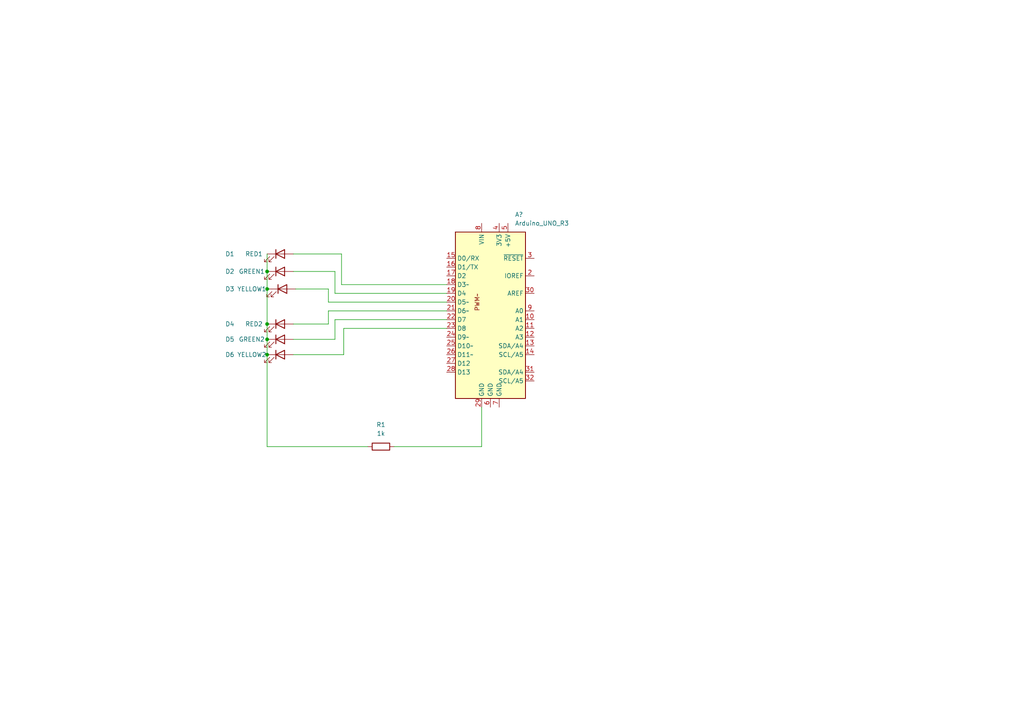
<source format=kicad_sch>
(kicad_sch (version 20211123) (generator eeschema)
  (paper "A4")
  (lib_symbols
    (symbol "Arduino:Arduino_UNO_R3"
      (property "Reference" "A" (at -10.16 23.495 0))
      (property "Value" "Arduino_UNO_R3" (at 5.08 -26.67 0))
      (symbol "Arduino_UNO_R3_0_0"
        (text "PWM~" (at -3.81 2.54 900) (effects (font (size 1.27 1.27))))
      )
      (symbol "Arduino_UNO_R3_0_1"
        (rectangle (start -10.16 22.86) (end 10.16 -25.4) (stroke (width 0.254)) (fill (type background)))
      )
      (symbol "Arduino_UNO_R3_1_1"
        (pin no_connect line (at -10.16 -20.32 0) (length 2.54) hide (name "NC") (number "1"))
        (pin bidirectional line (at 12.7 -2.54 180) (length 2.54) (name "A1") (number "10"))
        (pin bidirectional line (at 12.7 -5.08 180) (length 2.54) (name "A2") (number "11"))
        (pin bidirectional line (at 12.7 -7.62 180) (length 2.54) (name "A3") (number "12"))
        (pin bidirectional line (at 12.7 -10.16 180) (length 2.54) (name "SDA/A4") (number "13"))
        (pin bidirectional line (at 12.7 -12.7 180) (length 2.54) (name "SCL/A5") (number "14"))
        (pin bidirectional line (at -12.7 15.24 0) (length 2.54) (name "D0/RX") (number "15"))
        (pin bidirectional line (at -12.7 12.7 0) (length 2.54) (name "D1/TX") (number "16"))
        (pin bidirectional line (at -12.7 10.16 0) (length 2.54) (name "D2") (number "17"))
        (pin bidirectional line (at -12.7 7.62 0) (length 2.54) (name "D3~") (number "18"))
        (pin bidirectional line (at -12.7 5.08 0) (length 2.54) (name "D4") (number "19"))
        (pin output line (at 12.7 10.16 180) (length 2.54) (name "IOREF") (number "2"))
        (pin bidirectional line (at -12.7 2.54 0) (length 2.54) (name "D5~") (number "20"))
        (pin bidirectional line (at -12.7 0 0) (length 2.54) (name "D6~") (number "21"))
        (pin bidirectional line (at -12.7 -2.54 0) (length 2.54) (name "D7") (number "22"))
        (pin bidirectional line (at -12.7 -5.08 0) (length 2.54) (name "D8") (number "23"))
        (pin bidirectional line (at -12.7 -7.62 0) (length 2.54) (name "D9~") (number "24"))
        (pin bidirectional line (at -12.7 -10.16 0) (length 2.54) (name "D10~") (number "25"))
        (pin bidirectional line (at -12.7 -12.7 0) (length 2.54) (name "D11~") (number "26"))
        (pin bidirectional line (at -12.7 -15.24 0) (length 2.54) (name "D12") (number "27"))
        (pin bidirectional line (at -12.7 -17.78 0) (length 2.54) (name "D13") (number "28"))
        (pin power_in line (at -2.54 -27.94 90) (length 2.54) (name "GND") (number "29"))
        (pin input line (at 12.7 15.24 180) (length 2.54) (name "~{RESET}") (number "3"))
        (pin input line (at 12.7 5.08 180) (length 2.54) (name "AREF") (number "30"))
        (pin bidirectional line (at 12.7 -17.78 180) (length 2.54) (name "SDA/A4") (number "31"))
        (pin bidirectional line (at 12.7 -20.32 180) (length 2.54) (name "SCL/A5") (number "32"))
        (pin power_out line (at 2.54 25.4 270) (length 2.54) (name "3V3") (number "4"))
        (pin power_out line (at 5.08 25.4 270) (length 2.54) (name "+5V") (number "5"))
        (pin power_in line (at 0 -27.94 90) (length 2.54) (name "GND") (number "6"))
        (pin power_in line (at 2.54 -27.94 90) (length 2.54) (name "GND") (number "7"))
        (pin power_in line (at -2.54 25.4 270) (length 2.54) (name "VIN") (number "8"))
        (pin bidirectional line (at 12.7 0 180) (length 2.54) (name "A0") (number "9"))
      )
    )
    (symbol "Device:LED" (pin_numbers hide) (pin_names (offset 1.016) hide)
      (property "Reference" "D" (at 0 2.54 0))
      (property "Value" "LED" (at 0 -2.54 0))
      (symbol "LED_0_1"
        (polyline (pts (xy -1.27 -1.27) (xy -1.27 1.27)) (stroke (width 0.254)))
        (polyline (pts (xy -1.27 0) (xy 1.27 0)))
        (polyline (pts (xy 1.27 -1.27) (xy 1.27 1.27) (xy -1.27 0) (xy 1.27 -1.27)) (stroke (width 0.254)))
        (polyline (pts (xy -3.048 -0.762) (xy -4.572 -2.286) (xy -3.81 -2.286) (xy -4.572 -2.286) (xy -4.572 -1.524)))
        (polyline (pts (xy -1.778 -0.762) (xy -3.302 -2.286) (xy -2.54 -2.286) (xy -3.302 -2.286) (xy -3.302 -1.524)))
      )
      (symbol "LED_1_1"
        (pin passive line (at -3.81 0 0) (length 2.54) (name "K") (number "1"))
        (pin passive line (at 3.81 0 180) (length 2.54) (name "A") (number "2"))
      )
    )
    (symbol "Device:R" (pin_numbers hide) (pin_names (offset 0))
      (property "Reference" "R" (at 2.032 0 90))
      (property "Value" "R" (at 0 0 90))
      (symbol "R_0_1"
        (rectangle (start -1.016 -2.54) (end 1.016 2.54) (stroke (width 0.254)))
      )
      (symbol "R_1_1"
        (pin passive line (at 0 3.81 270) (length 1.27) (name "~") (number "1"))
        (pin passive line (at 0 -3.81 90) (length 1.27) (name "~") (number "2"))
      )
    )
  )
  (junction (at 77.47 98.425))
  (junction (at 77.47 78.74))
  (junction (at 77.47 102.87))
  (junction (at 77.47 93.98))
  (junction (at 77.47 83.82))
  (wire (pts (xy 95.25 93.98) (xy 95.25 90.17)))
  (wire (pts (xy 95.25 90.17) (xy 129.54 90.17)))
  (wire (pts (xy 77.47 98.425) (xy 77.47 102.87)))
  (wire (pts (xy 85.09 98.425) (xy 97.155 98.425)))
  (wire (pts (xy 95.25 83.82) (xy 95.25 87.63)))
  (wire (pts (xy 97.155 98.425) (xy 97.155 92.71)))
  (wire (pts (xy 85.09 73.66) (xy 99.06 73.66)))
  (wire (pts (xy 99.06 82.55) (xy 129.54 82.55)))
  (wire (pts (xy 78.105 83.82) (xy 77.47 83.82)))
  (wire (pts (xy 97.155 85.09) (xy 129.54 85.09)))
  (wire (pts (xy 85.09 93.98) (xy 95.25 93.98)))
  (wire (pts (xy 97.155 78.74) (xy 97.155 85.09)))
  (wire (pts (xy 99.695 95.25) (xy 129.54 95.25)))
  (wire (pts (xy 77.47 129.54) (xy 106.68 129.54)))
  (wire (pts (xy 77.47 83.82) (xy 77.47 93.98)))
  (wire (pts (xy 95.25 87.63) (xy 129.54 87.63)))
  (wire (pts (xy 85.09 78.74) (xy 97.155 78.74)))
  (wire (pts (xy 99.695 102.87) (xy 99.695 95.25)))
  (wire (pts (xy 97.155 92.71) (xy 129.54 92.71)))
  (wire (pts (xy 99.06 73.66) (xy 99.06 82.55)))
  (wire (pts (xy 77.47 78.74) (xy 77.47 83.82)))
  (wire (pts (xy 77.47 93.98) (xy 77.47 98.425)))
  (wire (pts (xy 85.09 102.87) (xy 99.695 102.87)))
  (wire (pts (xy 85.725 83.82) (xy 95.25 83.82)))
  (wire (pts (xy 114.3 129.54) (xy 139.7 129.54)))
  (wire (pts (xy 77.47 102.87) (xy 77.47 129.54)))
  (wire (pts (xy 139.7 118.11) (xy 139.7 129.54)))
  (wire (pts (xy 77.47 73.66) (xy 77.47 78.74)))
  (symbol (lib_id "Device:LED") (at 81.28 93.98 0) (unit 1)
    (property "Reference" "D4" (at 66.675 93.98 0))
    (property "Value" "RED2" (at 73.66 93.98 0))
  )
  (symbol (lib_id "Device:LED") (at 81.28 73.66 0) (unit 1)
    (property "Reference" "D1" (at 66.675 73.66 0))
    (property "Value" "RED1" (at 73.66 73.66 0))
  )
  (symbol (lib_id "Device:LED") (at 81.28 98.425 0) (unit 1)
    (property "Reference" "D5" (at 66.675 98.425 0))
    (property "Value" "GREEN2" (at 73.025 98.425 0))
  )
  (symbol (lib_id "Device:LED") (at 81.28 102.87 0) (unit 1)
    (property "Reference" "D6" (at 66.675 102.87 0))
    (property "Value" "YELLOW2" (at 73.025 102.87 0))
  )
  (symbol (lib_id "Arduino:Arduino_UNO_R3") (at 142.24 90.17 0) (unit 1)
    (property "Reference" "A?" (at 149.3394 62.23 0) (effects (justify left)))
    (property "Value" "Arduino_UNO_R3" (at 149.3394 64.77 0) (effects (justify left)))
    (property "Footprint" "Module:Arduino_UNO_R3" (effects hide))
    (property "Datasheet" "https://www.arduino.cc/en/Main/arduinoBoardUno" (effects hide))
  )
  (symbol (lib_id "Device:LED") (at 81.28 78.74 0) (unit 1)
    (property "Reference" "D2" (at 66.675 78.74 0))
    (property "Value" "GREEN1" (at 73.025 78.74 0))
  )
  (symbol (lib_id "Device:R") (at 110.49 129.54 270) (unit 1)
    (property "Reference" "R1" (at 110.49 123.19 90))
    (property "Value" "1k" (at 110.49 125.73 90))
  )
  (symbol (lib_id "Device:LED") (at 81.915 83.82 0) (unit 1)
    (property "Reference" "D3" (at 66.675 83.82 0))
    (property "Value" "YELLOW1" (at 73.025 83.82 0))
  )
)
</source>
